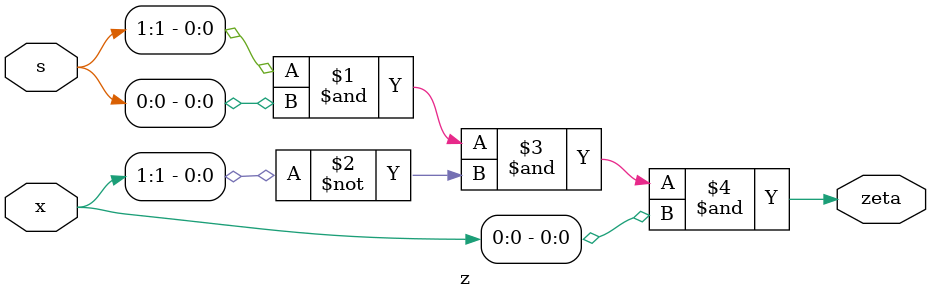
<source format=v>
module z(output zeta, input [1:0]s, input [1:0]x);

   assign zeta = s[1]&s[0]&(~x[1])&x[0];
	     
endmodule // z

   

</source>
